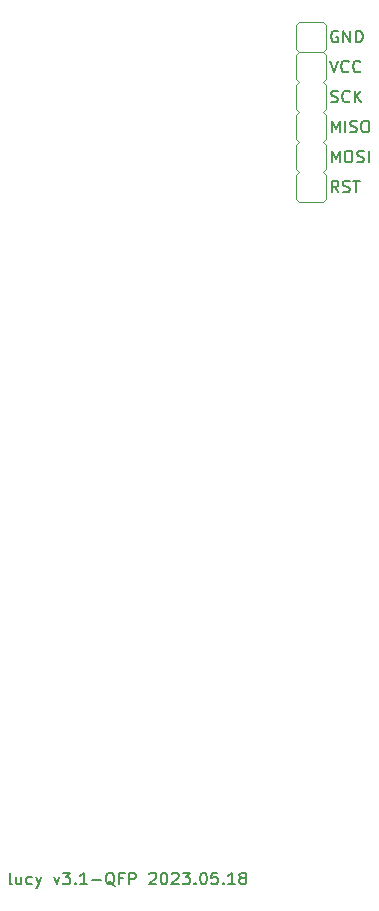
<source format=gbr>
%TF.GenerationSoftware,KiCad,Pcbnew,7.0.1-0*%
%TF.CreationDate,2023-05-19T09:17:16-05:00*%
%TF.ProjectId,pcb,7063622e-6b69-4636-9164-5f7063625858,rev?*%
%TF.SameCoordinates,Original*%
%TF.FileFunction,Legend,Top*%
%TF.FilePolarity,Positive*%
%FSLAX46Y46*%
G04 Gerber Fmt 4.6, Leading zero omitted, Abs format (unit mm)*
G04 Created by KiCad (PCBNEW 7.0.1-0) date 2023-05-19 09:17:16*
%MOMM*%
%LPD*%
G01*
G04 APERTURE LIST*
%ADD10C,0.150000*%
%ADD11C,0.120000*%
G04 APERTURE END LIST*
D10*
X233887204Y-94902619D02*
X233791966Y-94855000D01*
X233791966Y-94855000D02*
X233744347Y-94759761D01*
X233744347Y-94759761D02*
X233744347Y-93902619D01*
X234696728Y-94235952D02*
X234696728Y-94902619D01*
X234268157Y-94235952D02*
X234268157Y-94759761D01*
X234268157Y-94759761D02*
X234315776Y-94855000D01*
X234315776Y-94855000D02*
X234411014Y-94902619D01*
X234411014Y-94902619D02*
X234553871Y-94902619D01*
X234553871Y-94902619D02*
X234649109Y-94855000D01*
X234649109Y-94855000D02*
X234696728Y-94807380D01*
X235601490Y-94855000D02*
X235506252Y-94902619D01*
X235506252Y-94902619D02*
X235315776Y-94902619D01*
X235315776Y-94902619D02*
X235220538Y-94855000D01*
X235220538Y-94855000D02*
X235172919Y-94807380D01*
X235172919Y-94807380D02*
X235125300Y-94712142D01*
X235125300Y-94712142D02*
X235125300Y-94426428D01*
X235125300Y-94426428D02*
X235172919Y-94331190D01*
X235172919Y-94331190D02*
X235220538Y-94283571D01*
X235220538Y-94283571D02*
X235315776Y-94235952D01*
X235315776Y-94235952D02*
X235506252Y-94235952D01*
X235506252Y-94235952D02*
X235601490Y-94283571D01*
X235934824Y-94235952D02*
X236172919Y-94902619D01*
X236411014Y-94235952D02*
X236172919Y-94902619D01*
X236172919Y-94902619D02*
X236077681Y-95140714D01*
X236077681Y-95140714D02*
X236030062Y-95188333D01*
X236030062Y-95188333D02*
X235934824Y-95235952D01*
X237458634Y-94235952D02*
X237696729Y-94902619D01*
X237696729Y-94902619D02*
X237934824Y-94235952D01*
X238220539Y-93902619D02*
X238839586Y-93902619D01*
X238839586Y-93902619D02*
X238506253Y-94283571D01*
X238506253Y-94283571D02*
X238649110Y-94283571D01*
X238649110Y-94283571D02*
X238744348Y-94331190D01*
X238744348Y-94331190D02*
X238791967Y-94378809D01*
X238791967Y-94378809D02*
X238839586Y-94474047D01*
X238839586Y-94474047D02*
X238839586Y-94712142D01*
X238839586Y-94712142D02*
X238791967Y-94807380D01*
X238791967Y-94807380D02*
X238744348Y-94855000D01*
X238744348Y-94855000D02*
X238649110Y-94902619D01*
X238649110Y-94902619D02*
X238363396Y-94902619D01*
X238363396Y-94902619D02*
X238268158Y-94855000D01*
X238268158Y-94855000D02*
X238220539Y-94807380D01*
X239268158Y-94807380D02*
X239315777Y-94855000D01*
X239315777Y-94855000D02*
X239268158Y-94902619D01*
X239268158Y-94902619D02*
X239220539Y-94855000D01*
X239220539Y-94855000D02*
X239268158Y-94807380D01*
X239268158Y-94807380D02*
X239268158Y-94902619D01*
X240268157Y-94902619D02*
X239696729Y-94902619D01*
X239982443Y-94902619D02*
X239982443Y-93902619D01*
X239982443Y-93902619D02*
X239887205Y-94045476D01*
X239887205Y-94045476D02*
X239791967Y-94140714D01*
X239791967Y-94140714D02*
X239696729Y-94188333D01*
X240696729Y-94521666D02*
X241458634Y-94521666D01*
X242601490Y-94997857D02*
X242506252Y-94950238D01*
X242506252Y-94950238D02*
X242411014Y-94855000D01*
X242411014Y-94855000D02*
X242268157Y-94712142D01*
X242268157Y-94712142D02*
X242172919Y-94664523D01*
X242172919Y-94664523D02*
X242077681Y-94664523D01*
X242125300Y-94902619D02*
X242030062Y-94855000D01*
X242030062Y-94855000D02*
X241934824Y-94759761D01*
X241934824Y-94759761D02*
X241887205Y-94569285D01*
X241887205Y-94569285D02*
X241887205Y-94235952D01*
X241887205Y-94235952D02*
X241934824Y-94045476D01*
X241934824Y-94045476D02*
X242030062Y-93950238D01*
X242030062Y-93950238D02*
X242125300Y-93902619D01*
X242125300Y-93902619D02*
X242315776Y-93902619D01*
X242315776Y-93902619D02*
X242411014Y-93950238D01*
X242411014Y-93950238D02*
X242506252Y-94045476D01*
X242506252Y-94045476D02*
X242553871Y-94235952D01*
X242553871Y-94235952D02*
X242553871Y-94569285D01*
X242553871Y-94569285D02*
X242506252Y-94759761D01*
X242506252Y-94759761D02*
X242411014Y-94855000D01*
X242411014Y-94855000D02*
X242315776Y-94902619D01*
X242315776Y-94902619D02*
X242125300Y-94902619D01*
X243315776Y-94378809D02*
X242982443Y-94378809D01*
X242982443Y-94902619D02*
X242982443Y-93902619D01*
X242982443Y-93902619D02*
X243458633Y-93902619D01*
X243839586Y-94902619D02*
X243839586Y-93902619D01*
X243839586Y-93902619D02*
X244220538Y-93902619D01*
X244220538Y-93902619D02*
X244315776Y-93950238D01*
X244315776Y-93950238D02*
X244363395Y-93997857D01*
X244363395Y-93997857D02*
X244411014Y-94093095D01*
X244411014Y-94093095D02*
X244411014Y-94235952D01*
X244411014Y-94235952D02*
X244363395Y-94331190D01*
X244363395Y-94331190D02*
X244315776Y-94378809D01*
X244315776Y-94378809D02*
X244220538Y-94426428D01*
X244220538Y-94426428D02*
X243839586Y-94426428D01*
X245553872Y-93997857D02*
X245601491Y-93950238D01*
X245601491Y-93950238D02*
X245696729Y-93902619D01*
X245696729Y-93902619D02*
X245934824Y-93902619D01*
X245934824Y-93902619D02*
X246030062Y-93950238D01*
X246030062Y-93950238D02*
X246077681Y-93997857D01*
X246077681Y-93997857D02*
X246125300Y-94093095D01*
X246125300Y-94093095D02*
X246125300Y-94188333D01*
X246125300Y-94188333D02*
X246077681Y-94331190D01*
X246077681Y-94331190D02*
X245506253Y-94902619D01*
X245506253Y-94902619D02*
X246125300Y-94902619D01*
X246744348Y-93902619D02*
X246839586Y-93902619D01*
X246839586Y-93902619D02*
X246934824Y-93950238D01*
X246934824Y-93950238D02*
X246982443Y-93997857D01*
X246982443Y-93997857D02*
X247030062Y-94093095D01*
X247030062Y-94093095D02*
X247077681Y-94283571D01*
X247077681Y-94283571D02*
X247077681Y-94521666D01*
X247077681Y-94521666D02*
X247030062Y-94712142D01*
X247030062Y-94712142D02*
X246982443Y-94807380D01*
X246982443Y-94807380D02*
X246934824Y-94855000D01*
X246934824Y-94855000D02*
X246839586Y-94902619D01*
X246839586Y-94902619D02*
X246744348Y-94902619D01*
X246744348Y-94902619D02*
X246649110Y-94855000D01*
X246649110Y-94855000D02*
X246601491Y-94807380D01*
X246601491Y-94807380D02*
X246553872Y-94712142D01*
X246553872Y-94712142D02*
X246506253Y-94521666D01*
X246506253Y-94521666D02*
X246506253Y-94283571D01*
X246506253Y-94283571D02*
X246553872Y-94093095D01*
X246553872Y-94093095D02*
X246601491Y-93997857D01*
X246601491Y-93997857D02*
X246649110Y-93950238D01*
X246649110Y-93950238D02*
X246744348Y-93902619D01*
X247458634Y-93997857D02*
X247506253Y-93950238D01*
X247506253Y-93950238D02*
X247601491Y-93902619D01*
X247601491Y-93902619D02*
X247839586Y-93902619D01*
X247839586Y-93902619D02*
X247934824Y-93950238D01*
X247934824Y-93950238D02*
X247982443Y-93997857D01*
X247982443Y-93997857D02*
X248030062Y-94093095D01*
X248030062Y-94093095D02*
X248030062Y-94188333D01*
X248030062Y-94188333D02*
X247982443Y-94331190D01*
X247982443Y-94331190D02*
X247411015Y-94902619D01*
X247411015Y-94902619D02*
X248030062Y-94902619D01*
X248363396Y-93902619D02*
X248982443Y-93902619D01*
X248982443Y-93902619D02*
X248649110Y-94283571D01*
X248649110Y-94283571D02*
X248791967Y-94283571D01*
X248791967Y-94283571D02*
X248887205Y-94331190D01*
X248887205Y-94331190D02*
X248934824Y-94378809D01*
X248934824Y-94378809D02*
X248982443Y-94474047D01*
X248982443Y-94474047D02*
X248982443Y-94712142D01*
X248982443Y-94712142D02*
X248934824Y-94807380D01*
X248934824Y-94807380D02*
X248887205Y-94855000D01*
X248887205Y-94855000D02*
X248791967Y-94902619D01*
X248791967Y-94902619D02*
X248506253Y-94902619D01*
X248506253Y-94902619D02*
X248411015Y-94855000D01*
X248411015Y-94855000D02*
X248363396Y-94807380D01*
X249411015Y-94807380D02*
X249458634Y-94855000D01*
X249458634Y-94855000D02*
X249411015Y-94902619D01*
X249411015Y-94902619D02*
X249363396Y-94855000D01*
X249363396Y-94855000D02*
X249411015Y-94807380D01*
X249411015Y-94807380D02*
X249411015Y-94902619D01*
X250077681Y-93902619D02*
X250172919Y-93902619D01*
X250172919Y-93902619D02*
X250268157Y-93950238D01*
X250268157Y-93950238D02*
X250315776Y-93997857D01*
X250315776Y-93997857D02*
X250363395Y-94093095D01*
X250363395Y-94093095D02*
X250411014Y-94283571D01*
X250411014Y-94283571D02*
X250411014Y-94521666D01*
X250411014Y-94521666D02*
X250363395Y-94712142D01*
X250363395Y-94712142D02*
X250315776Y-94807380D01*
X250315776Y-94807380D02*
X250268157Y-94855000D01*
X250268157Y-94855000D02*
X250172919Y-94902619D01*
X250172919Y-94902619D02*
X250077681Y-94902619D01*
X250077681Y-94902619D02*
X249982443Y-94855000D01*
X249982443Y-94855000D02*
X249934824Y-94807380D01*
X249934824Y-94807380D02*
X249887205Y-94712142D01*
X249887205Y-94712142D02*
X249839586Y-94521666D01*
X249839586Y-94521666D02*
X249839586Y-94283571D01*
X249839586Y-94283571D02*
X249887205Y-94093095D01*
X249887205Y-94093095D02*
X249934824Y-93997857D01*
X249934824Y-93997857D02*
X249982443Y-93950238D01*
X249982443Y-93950238D02*
X250077681Y-93902619D01*
X251315776Y-93902619D02*
X250839586Y-93902619D01*
X250839586Y-93902619D02*
X250791967Y-94378809D01*
X250791967Y-94378809D02*
X250839586Y-94331190D01*
X250839586Y-94331190D02*
X250934824Y-94283571D01*
X250934824Y-94283571D02*
X251172919Y-94283571D01*
X251172919Y-94283571D02*
X251268157Y-94331190D01*
X251268157Y-94331190D02*
X251315776Y-94378809D01*
X251315776Y-94378809D02*
X251363395Y-94474047D01*
X251363395Y-94474047D02*
X251363395Y-94712142D01*
X251363395Y-94712142D02*
X251315776Y-94807380D01*
X251315776Y-94807380D02*
X251268157Y-94855000D01*
X251268157Y-94855000D02*
X251172919Y-94902619D01*
X251172919Y-94902619D02*
X250934824Y-94902619D01*
X250934824Y-94902619D02*
X250839586Y-94855000D01*
X250839586Y-94855000D02*
X250791967Y-94807380D01*
X251791967Y-94807380D02*
X251839586Y-94855000D01*
X251839586Y-94855000D02*
X251791967Y-94902619D01*
X251791967Y-94902619D02*
X251744348Y-94855000D01*
X251744348Y-94855000D02*
X251791967Y-94807380D01*
X251791967Y-94807380D02*
X251791967Y-94902619D01*
X252791966Y-94902619D02*
X252220538Y-94902619D01*
X252506252Y-94902619D02*
X252506252Y-93902619D01*
X252506252Y-93902619D02*
X252411014Y-94045476D01*
X252411014Y-94045476D02*
X252315776Y-94140714D01*
X252315776Y-94140714D02*
X252220538Y-94188333D01*
X253363395Y-94331190D02*
X253268157Y-94283571D01*
X253268157Y-94283571D02*
X253220538Y-94235952D01*
X253220538Y-94235952D02*
X253172919Y-94140714D01*
X253172919Y-94140714D02*
X253172919Y-94093095D01*
X253172919Y-94093095D02*
X253220538Y-93997857D01*
X253220538Y-93997857D02*
X253268157Y-93950238D01*
X253268157Y-93950238D02*
X253363395Y-93902619D01*
X253363395Y-93902619D02*
X253553871Y-93902619D01*
X253553871Y-93902619D02*
X253649109Y-93950238D01*
X253649109Y-93950238D02*
X253696728Y-93997857D01*
X253696728Y-93997857D02*
X253744347Y-94093095D01*
X253744347Y-94093095D02*
X253744347Y-94140714D01*
X253744347Y-94140714D02*
X253696728Y-94235952D01*
X253696728Y-94235952D02*
X253649109Y-94283571D01*
X253649109Y-94283571D02*
X253553871Y-94331190D01*
X253553871Y-94331190D02*
X253363395Y-94331190D01*
X253363395Y-94331190D02*
X253268157Y-94378809D01*
X253268157Y-94378809D02*
X253220538Y-94426428D01*
X253220538Y-94426428D02*
X253172919Y-94521666D01*
X253172919Y-94521666D02*
X253172919Y-94712142D01*
X253172919Y-94712142D02*
X253220538Y-94807380D01*
X253220538Y-94807380D02*
X253268157Y-94855000D01*
X253268157Y-94855000D02*
X253363395Y-94902619D01*
X253363395Y-94902619D02*
X253553871Y-94902619D01*
X253553871Y-94902619D02*
X253649109Y-94855000D01*
X253649109Y-94855000D02*
X253696728Y-94807380D01*
X253696728Y-94807380D02*
X253744347Y-94712142D01*
X253744347Y-94712142D02*
X253744347Y-94521666D01*
X253744347Y-94521666D02*
X253696728Y-94426428D01*
X253696728Y-94426428D02*
X253649109Y-94378809D01*
X253649109Y-94378809D02*
X253553871Y-94331190D01*
%TO.C,J2*%
X260939476Y-28645000D02*
X261082333Y-28692619D01*
X261082333Y-28692619D02*
X261320428Y-28692619D01*
X261320428Y-28692619D02*
X261415666Y-28645000D01*
X261415666Y-28645000D02*
X261463285Y-28597380D01*
X261463285Y-28597380D02*
X261510904Y-28502142D01*
X261510904Y-28502142D02*
X261510904Y-28406904D01*
X261510904Y-28406904D02*
X261463285Y-28311666D01*
X261463285Y-28311666D02*
X261415666Y-28264047D01*
X261415666Y-28264047D02*
X261320428Y-28216428D01*
X261320428Y-28216428D02*
X261129952Y-28168809D01*
X261129952Y-28168809D02*
X261034714Y-28121190D01*
X261034714Y-28121190D02*
X260987095Y-28073571D01*
X260987095Y-28073571D02*
X260939476Y-27978333D01*
X260939476Y-27978333D02*
X260939476Y-27883095D01*
X260939476Y-27883095D02*
X260987095Y-27787857D01*
X260987095Y-27787857D02*
X261034714Y-27740238D01*
X261034714Y-27740238D02*
X261129952Y-27692619D01*
X261129952Y-27692619D02*
X261368047Y-27692619D01*
X261368047Y-27692619D02*
X261510904Y-27740238D01*
X262510904Y-28597380D02*
X262463285Y-28645000D01*
X262463285Y-28645000D02*
X262320428Y-28692619D01*
X262320428Y-28692619D02*
X262225190Y-28692619D01*
X262225190Y-28692619D02*
X262082333Y-28645000D01*
X262082333Y-28645000D02*
X261987095Y-28549761D01*
X261987095Y-28549761D02*
X261939476Y-28454523D01*
X261939476Y-28454523D02*
X261891857Y-28264047D01*
X261891857Y-28264047D02*
X261891857Y-28121190D01*
X261891857Y-28121190D02*
X261939476Y-27930714D01*
X261939476Y-27930714D02*
X261987095Y-27835476D01*
X261987095Y-27835476D02*
X262082333Y-27740238D01*
X262082333Y-27740238D02*
X262225190Y-27692619D01*
X262225190Y-27692619D02*
X262320428Y-27692619D01*
X262320428Y-27692619D02*
X262463285Y-27740238D01*
X262463285Y-27740238D02*
X262510904Y-27787857D01*
X262939476Y-28692619D02*
X262939476Y-27692619D01*
X263510904Y-28692619D02*
X263082333Y-28121190D01*
X263510904Y-27692619D02*
X262939476Y-28264047D01*
X260987095Y-33772619D02*
X260987095Y-32772619D01*
X260987095Y-32772619D02*
X261320428Y-33486904D01*
X261320428Y-33486904D02*
X261653761Y-32772619D01*
X261653761Y-32772619D02*
X261653761Y-33772619D01*
X262320428Y-32772619D02*
X262510904Y-32772619D01*
X262510904Y-32772619D02*
X262606142Y-32820238D01*
X262606142Y-32820238D02*
X262701380Y-32915476D01*
X262701380Y-32915476D02*
X262748999Y-33105952D01*
X262748999Y-33105952D02*
X262748999Y-33439285D01*
X262748999Y-33439285D02*
X262701380Y-33629761D01*
X262701380Y-33629761D02*
X262606142Y-33725000D01*
X262606142Y-33725000D02*
X262510904Y-33772619D01*
X262510904Y-33772619D02*
X262320428Y-33772619D01*
X262320428Y-33772619D02*
X262225190Y-33725000D01*
X262225190Y-33725000D02*
X262129952Y-33629761D01*
X262129952Y-33629761D02*
X262082333Y-33439285D01*
X262082333Y-33439285D02*
X262082333Y-33105952D01*
X262082333Y-33105952D02*
X262129952Y-32915476D01*
X262129952Y-32915476D02*
X262225190Y-32820238D01*
X262225190Y-32820238D02*
X262320428Y-32772619D01*
X263129952Y-33725000D02*
X263272809Y-33772619D01*
X263272809Y-33772619D02*
X263510904Y-33772619D01*
X263510904Y-33772619D02*
X263606142Y-33725000D01*
X263606142Y-33725000D02*
X263653761Y-33677380D01*
X263653761Y-33677380D02*
X263701380Y-33582142D01*
X263701380Y-33582142D02*
X263701380Y-33486904D01*
X263701380Y-33486904D02*
X263653761Y-33391666D01*
X263653761Y-33391666D02*
X263606142Y-33344047D01*
X263606142Y-33344047D02*
X263510904Y-33296428D01*
X263510904Y-33296428D02*
X263320428Y-33248809D01*
X263320428Y-33248809D02*
X263225190Y-33201190D01*
X263225190Y-33201190D02*
X263177571Y-33153571D01*
X263177571Y-33153571D02*
X263129952Y-33058333D01*
X263129952Y-33058333D02*
X263129952Y-32963095D01*
X263129952Y-32963095D02*
X263177571Y-32867857D01*
X263177571Y-32867857D02*
X263225190Y-32820238D01*
X263225190Y-32820238D02*
X263320428Y-32772619D01*
X263320428Y-32772619D02*
X263558523Y-32772619D01*
X263558523Y-32772619D02*
X263701380Y-32820238D01*
X264129952Y-33772619D02*
X264129952Y-32772619D01*
X261558523Y-36312619D02*
X261225190Y-35836428D01*
X260987095Y-36312619D02*
X260987095Y-35312619D01*
X260987095Y-35312619D02*
X261368047Y-35312619D01*
X261368047Y-35312619D02*
X261463285Y-35360238D01*
X261463285Y-35360238D02*
X261510904Y-35407857D01*
X261510904Y-35407857D02*
X261558523Y-35503095D01*
X261558523Y-35503095D02*
X261558523Y-35645952D01*
X261558523Y-35645952D02*
X261510904Y-35741190D01*
X261510904Y-35741190D02*
X261463285Y-35788809D01*
X261463285Y-35788809D02*
X261368047Y-35836428D01*
X261368047Y-35836428D02*
X260987095Y-35836428D01*
X261939476Y-36265000D02*
X262082333Y-36312619D01*
X262082333Y-36312619D02*
X262320428Y-36312619D01*
X262320428Y-36312619D02*
X262415666Y-36265000D01*
X262415666Y-36265000D02*
X262463285Y-36217380D01*
X262463285Y-36217380D02*
X262510904Y-36122142D01*
X262510904Y-36122142D02*
X262510904Y-36026904D01*
X262510904Y-36026904D02*
X262463285Y-35931666D01*
X262463285Y-35931666D02*
X262415666Y-35884047D01*
X262415666Y-35884047D02*
X262320428Y-35836428D01*
X262320428Y-35836428D02*
X262129952Y-35788809D01*
X262129952Y-35788809D02*
X262034714Y-35741190D01*
X262034714Y-35741190D02*
X261987095Y-35693571D01*
X261987095Y-35693571D02*
X261939476Y-35598333D01*
X261939476Y-35598333D02*
X261939476Y-35503095D01*
X261939476Y-35503095D02*
X261987095Y-35407857D01*
X261987095Y-35407857D02*
X262034714Y-35360238D01*
X262034714Y-35360238D02*
X262129952Y-35312619D01*
X262129952Y-35312619D02*
X262368047Y-35312619D01*
X262368047Y-35312619D02*
X262510904Y-35360238D01*
X262796619Y-35312619D02*
X263368047Y-35312619D01*
X263082333Y-36312619D02*
X263082333Y-35312619D01*
X260987095Y-31232619D02*
X260987095Y-30232619D01*
X260987095Y-30232619D02*
X261320428Y-30946904D01*
X261320428Y-30946904D02*
X261653761Y-30232619D01*
X261653761Y-30232619D02*
X261653761Y-31232619D01*
X262129952Y-31232619D02*
X262129952Y-30232619D01*
X262558523Y-31185000D02*
X262701380Y-31232619D01*
X262701380Y-31232619D02*
X262939475Y-31232619D01*
X262939475Y-31232619D02*
X263034713Y-31185000D01*
X263034713Y-31185000D02*
X263082332Y-31137380D01*
X263082332Y-31137380D02*
X263129951Y-31042142D01*
X263129951Y-31042142D02*
X263129951Y-30946904D01*
X263129951Y-30946904D02*
X263082332Y-30851666D01*
X263082332Y-30851666D02*
X263034713Y-30804047D01*
X263034713Y-30804047D02*
X262939475Y-30756428D01*
X262939475Y-30756428D02*
X262748999Y-30708809D01*
X262748999Y-30708809D02*
X262653761Y-30661190D01*
X262653761Y-30661190D02*
X262606142Y-30613571D01*
X262606142Y-30613571D02*
X262558523Y-30518333D01*
X262558523Y-30518333D02*
X262558523Y-30423095D01*
X262558523Y-30423095D02*
X262606142Y-30327857D01*
X262606142Y-30327857D02*
X262653761Y-30280238D01*
X262653761Y-30280238D02*
X262748999Y-30232619D01*
X262748999Y-30232619D02*
X262987094Y-30232619D01*
X262987094Y-30232619D02*
X263129951Y-30280238D01*
X263748999Y-30232619D02*
X263939475Y-30232619D01*
X263939475Y-30232619D02*
X264034713Y-30280238D01*
X264034713Y-30280238D02*
X264129951Y-30375476D01*
X264129951Y-30375476D02*
X264177570Y-30565952D01*
X264177570Y-30565952D02*
X264177570Y-30899285D01*
X264177570Y-30899285D02*
X264129951Y-31089761D01*
X264129951Y-31089761D02*
X264034713Y-31185000D01*
X264034713Y-31185000D02*
X263939475Y-31232619D01*
X263939475Y-31232619D02*
X263748999Y-31232619D01*
X263748999Y-31232619D02*
X263653761Y-31185000D01*
X263653761Y-31185000D02*
X263558523Y-31089761D01*
X263558523Y-31089761D02*
X263510904Y-30899285D01*
X263510904Y-30899285D02*
X263510904Y-30565952D01*
X263510904Y-30565952D02*
X263558523Y-30375476D01*
X263558523Y-30375476D02*
X263653761Y-30280238D01*
X263653761Y-30280238D02*
X263748999Y-30232619D01*
X260844238Y-25152619D02*
X261177571Y-26152619D01*
X261177571Y-26152619D02*
X261510904Y-25152619D01*
X262415666Y-26057380D02*
X262368047Y-26105000D01*
X262368047Y-26105000D02*
X262225190Y-26152619D01*
X262225190Y-26152619D02*
X262129952Y-26152619D01*
X262129952Y-26152619D02*
X261987095Y-26105000D01*
X261987095Y-26105000D02*
X261891857Y-26009761D01*
X261891857Y-26009761D02*
X261844238Y-25914523D01*
X261844238Y-25914523D02*
X261796619Y-25724047D01*
X261796619Y-25724047D02*
X261796619Y-25581190D01*
X261796619Y-25581190D02*
X261844238Y-25390714D01*
X261844238Y-25390714D02*
X261891857Y-25295476D01*
X261891857Y-25295476D02*
X261987095Y-25200238D01*
X261987095Y-25200238D02*
X262129952Y-25152619D01*
X262129952Y-25152619D02*
X262225190Y-25152619D01*
X262225190Y-25152619D02*
X262368047Y-25200238D01*
X262368047Y-25200238D02*
X262415666Y-25247857D01*
X263415666Y-26057380D02*
X263368047Y-26105000D01*
X263368047Y-26105000D02*
X263225190Y-26152619D01*
X263225190Y-26152619D02*
X263129952Y-26152619D01*
X263129952Y-26152619D02*
X262987095Y-26105000D01*
X262987095Y-26105000D02*
X262891857Y-26009761D01*
X262891857Y-26009761D02*
X262844238Y-25914523D01*
X262844238Y-25914523D02*
X262796619Y-25724047D01*
X262796619Y-25724047D02*
X262796619Y-25581190D01*
X262796619Y-25581190D02*
X262844238Y-25390714D01*
X262844238Y-25390714D02*
X262891857Y-25295476D01*
X262891857Y-25295476D02*
X262987095Y-25200238D01*
X262987095Y-25200238D02*
X263129952Y-25152619D01*
X263129952Y-25152619D02*
X263225190Y-25152619D01*
X263225190Y-25152619D02*
X263368047Y-25200238D01*
X263368047Y-25200238D02*
X263415666Y-25247857D01*
X261510904Y-22660238D02*
X261415666Y-22612619D01*
X261415666Y-22612619D02*
X261272809Y-22612619D01*
X261272809Y-22612619D02*
X261129952Y-22660238D01*
X261129952Y-22660238D02*
X261034714Y-22755476D01*
X261034714Y-22755476D02*
X260987095Y-22850714D01*
X260987095Y-22850714D02*
X260939476Y-23041190D01*
X260939476Y-23041190D02*
X260939476Y-23184047D01*
X260939476Y-23184047D02*
X260987095Y-23374523D01*
X260987095Y-23374523D02*
X261034714Y-23469761D01*
X261034714Y-23469761D02*
X261129952Y-23565000D01*
X261129952Y-23565000D02*
X261272809Y-23612619D01*
X261272809Y-23612619D02*
X261368047Y-23612619D01*
X261368047Y-23612619D02*
X261510904Y-23565000D01*
X261510904Y-23565000D02*
X261558523Y-23517380D01*
X261558523Y-23517380D02*
X261558523Y-23184047D01*
X261558523Y-23184047D02*
X261368047Y-23184047D01*
X261987095Y-23612619D02*
X261987095Y-22612619D01*
X261987095Y-22612619D02*
X262558523Y-23612619D01*
X262558523Y-23612619D02*
X262558523Y-22612619D01*
X263034714Y-23612619D02*
X263034714Y-22612619D01*
X263034714Y-22612619D02*
X263272809Y-22612619D01*
X263272809Y-22612619D02*
X263415666Y-22660238D01*
X263415666Y-22660238D02*
X263510904Y-22755476D01*
X263510904Y-22755476D02*
X263558523Y-22850714D01*
X263558523Y-22850714D02*
X263606142Y-23041190D01*
X263606142Y-23041190D02*
X263606142Y-23184047D01*
X263606142Y-23184047D02*
X263558523Y-23374523D01*
X263558523Y-23374523D02*
X263510904Y-23469761D01*
X263510904Y-23469761D02*
X263415666Y-23565000D01*
X263415666Y-23565000D02*
X263272809Y-23612619D01*
X263272809Y-23612619D02*
X263034714Y-23612619D01*
D11*
X260495000Y-36866000D02*
X260241000Y-37120000D01*
X260495000Y-34834000D02*
X260495000Y-36866000D01*
X260495000Y-34834000D02*
X260241000Y-34580000D01*
X260495000Y-34326000D02*
X260241000Y-34580000D01*
X260495000Y-32294000D02*
X260495000Y-34326000D01*
X260495000Y-32294000D02*
X260241000Y-32040000D01*
X260495000Y-31786000D02*
X260241000Y-32040000D01*
X260495000Y-29754000D02*
X260495000Y-31786000D01*
X260495000Y-29754000D02*
X260241000Y-29500000D01*
X260495000Y-29246000D02*
X260241000Y-29500000D01*
X260495000Y-27214000D02*
X260495000Y-29246000D01*
X260495000Y-27214000D02*
X260241000Y-26960000D01*
X260495000Y-26706000D02*
X260241000Y-26960000D01*
X260495000Y-24674000D02*
X260495000Y-26706000D01*
X260495000Y-24674000D02*
X260241000Y-24420000D01*
X260495000Y-24166000D02*
X260495000Y-22134000D01*
X260495000Y-24166000D02*
X260241000Y-24420000D01*
X260495000Y-22134000D02*
X260241000Y-21880000D01*
X260241000Y-21880000D02*
X258209000Y-21880000D01*
X258209000Y-37120000D02*
X260241000Y-37120000D01*
X258209000Y-24420000D02*
X260241000Y-24420000D01*
X257955000Y-36866000D02*
X258209000Y-37120000D01*
X257955000Y-34834000D02*
X258209000Y-34580000D01*
X257955000Y-34834000D02*
X257955000Y-36866000D01*
X257955000Y-34326000D02*
X258209000Y-34580000D01*
X257955000Y-32294000D02*
X258209000Y-32040000D01*
X257955000Y-32294000D02*
X257955000Y-34326000D01*
X257955000Y-31786000D02*
X258209000Y-32040000D01*
X257955000Y-29754000D02*
X258209000Y-29500000D01*
X257955000Y-29754000D02*
X257955000Y-31786000D01*
X257955000Y-29246000D02*
X258209000Y-29500000D01*
X257955000Y-27214000D02*
X258209000Y-26960000D01*
X257955000Y-27214000D02*
X257955000Y-29246000D01*
X257955000Y-26706000D02*
X258209000Y-26960000D01*
X257955000Y-24674000D02*
X258209000Y-24420000D01*
X257955000Y-24674000D02*
X257955000Y-26706000D01*
X257955000Y-24166000D02*
X258209000Y-24420000D01*
X257955000Y-24166000D02*
X257955000Y-22134000D01*
X257955000Y-22134000D02*
X258209000Y-21880000D01*
%TD*%
M02*

</source>
